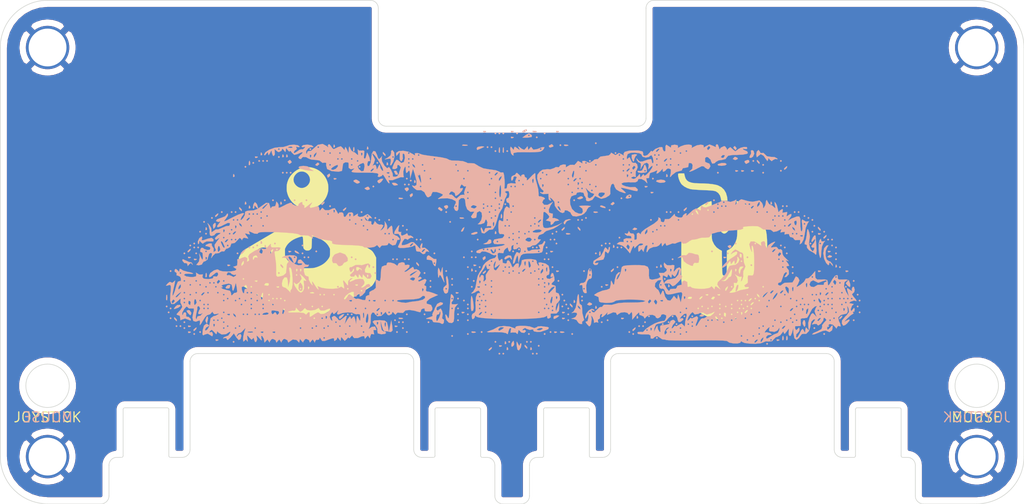
<source format=kicad_pcb>
(kicad_pcb (version 20171130) (host pcbnew "(5.1.8)-1")
  (layers (0 F.Cu signal hide) (31 B.Cu signal hide) (34 B.Paste user) (35 F.Paste user) (36 B.SilkS user) (37 F.SilkS user) (38 B.Mask user) (39 F.Mask user) (44 Edge.Cuts user))
  (net 0 "")
  (net 1 "Net-(M1-Pad1)")
  (module artwork:mouse (layer F.Cu) (at 156.845 92.075)
    (fp_text reference G*** hide)
    (fp_text value LOGO hide)
  )
  (module artwork:joystick (layer F.Cu) (at 123.19 91.44)
    (fp_text reference G*** hide)
    (fp_text value LOGO hide)
  )
  (module artwork:last_ninja2 (layer B.Cu) (at 139.7 80.83 180)
    (fp_text reference G*** hide)
    (fp_text value LOGO hide)
  )
  (module mounting:M3_pin (layer F.Cu) (at 102.235 108.585)
    (fp_text reference M1 hide)
    (fp_text value Mounting hide)
    (pad 1 thru_hole circle (at 0 0) (size 3.5 3.5) (drill 3.048) (layers *.Cu *.Mask) (net 1 "Net-(M1-Pad1)"))
  )
  (module mounting:M3_pin (layer F.Cu) (at 177.165 75.565)
    (fp_text reference M2 hide)
    (fp_text value Mounting hide)
    (pad 1 thru_hole circle (at 0 0) (size 3.5 3.5) (drill 3.048) (layers *.Cu *.Mask) (net 1 "Net-(M1-Pad1)"))
  )
  (module mounting:M3_pin (layer F.Cu) (at 102.235 75.565)
    (fp_text reference M3 hide)
    (fp_text value Mounting hide)
    (pad 1 thru_hole circle (at 0 0) (size 3.5 3.5) (drill 3.048) (layers *.Cu *.Mask) (net 1 "Net-(M1-Pad1)"))
  )
  (module mounting:M3_pin (layer F.Cu) (at 177.165 108.585)
    (fp_text reference M4 hide)
    (fp_text value Mounting hide)
    (pad 1 thru_hole circle (at 0 0) (size 3.5 3.5) (drill 3.048) (layers *.Cu *.Mask) (net 1 "Net-(M1-Pad1)"))
  )
  (gr_circle (center 177.165 102.87) (end 178.916 102.87) (layer Edge.Cuts) (width 0.05))
  (gr_circle (center 102.235 102.87) (end 103.986 102.87) (layer Edge.Cuts) (width 0.05))
  (gr_line (start 171.196 108.6485) (end 171.577 108.6485) (layer Edge.Cuts) (width 0.05))
  (gr_arc (start 170.942 104.775) (end 171.069 104.775) (angle -90) (layer Edge.Cuts) (width 0.05))
  (gr_line (start 170.942 104.648) (end 167.513 104.648) (layer Edge.Cuts) (width 0.05))
  (gr_arc (start 167.513 104.775) (end 167.513 104.648) (angle -90) (layer Edge.Cuts) (width 0.05))
  (gr_arc (start 171.196 108.5215) (end 171.069 108.5215) (angle -90) (layer Edge.Cuts) (width 0.05))
  (gr_line (start 167.386 104.775) (end 167.386 108.5215) (layer Edge.Cuts) (width 0.05))
  (gr_line (start 171.069 108.5215) (end 171.069 104.775) (layer Edge.Cuts) (width 0.05))
  (gr_arc (start 167.259 108.5215) (end 167.259 108.6485) (angle -90) (layer Edge.Cuts) (width 0.05))
  (gr_line (start 137.287 108.6485) (end 137.668 108.6485) (layer Edge.Cuts) (width 0.05))
  (gr_line (start 137.16 108.5215) (end 137.16 104.775) (layer Edge.Cuts) (width 0.05))
  (gr_arc (start 133.35 108.5215) (end 133.35 108.6485) (angle -90) (layer Edge.Cuts) (width 0.05))
  (gr_line (start 133.477 104.775) (end 133.477 108.5215) (layer Edge.Cuts) (width 0.05))
  (gr_arc (start 137.033 104.775) (end 137.16 104.775) (angle -90) (layer Edge.Cuts) (width 0.05))
  (gr_arc (start 137.287 108.5215) (end 137.16 108.5215) (angle -90) (layer Edge.Cuts) (width 0.05))
  (gr_line (start 137.033 104.648) (end 133.604 104.648) (layer Edge.Cuts) (width 0.05))
  (gr_arc (start 133.604 104.775) (end 133.604 104.648) (angle -90) (layer Edge.Cuts) (width 0.05))
  (gr_line (start 146.05 108.6485) (end 147.0025 108.6485) (layer Edge.Cuts) (width 0.05))
  (gr_line (start 145.923 108.5215) (end 145.923 104.775) (layer Edge.Cuts) (width 0.05))
  (gr_arc (start 142.113 108.5215) (end 142.113 108.6485) (angle -90) (layer Edge.Cuts) (width 0.05))
  (gr_line (start 142.24 104.775) (end 142.24 108.5215) (layer Edge.Cuts) (width 0.05))
  (gr_arc (start 145.796 104.775) (end 145.923 104.775) (angle -90) (layer Edge.Cuts) (width 0.05))
  (gr_arc (start 146.05 108.5215) (end 145.923 108.5215) (angle -90) (layer Edge.Cuts) (width 0.05))
  (gr_line (start 145.796 104.648) (end 142.367 104.648) (layer Edge.Cuts) (width 0.05))
  (gr_arc (start 142.367 104.775) (end 142.367 104.648) (angle -90) (layer Edge.Cuts) (width 0.05))
  (gr_line (start 112.141 108.6485) (end 113.0935 108.6485) (layer Edge.Cuts) (width 0.05))
  (gr_arc (start 108.204 108.5215) (end 108.204 108.6485) (angle -90) (layer Edge.Cuts) (width 0.05))
  (gr_line (start 108.331 104.775) (end 108.331 108.5215) (layer Edge.Cuts) (width 0.05))
  (gr_arc (start 108.458 104.775) (end 108.458 104.648) (angle -90) (layer Edge.Cuts) (width 0.05))
  (gr_line (start 111.887 104.648) (end 108.458 104.648) (layer Edge.Cuts) (width 0.05))
  (gr_arc (start 112.141 108.5215) (end 112.014 108.5215) (angle -90) (layer Edge.Cuts) (width 0.05))
  (gr_arc (start 111.887 104.775) (end 112.014 104.775) (angle -90) (layer Edge.Cuts) (width 0.05))
  (gr_line (start 112.014 108.5215) (end 112.014 104.775) (layer Edge.Cuts) (width 0.05))
  (gr_text MOUSE (at 102.235 105.41) (layer B.SilkS) (effects (font (size 0.8 0.8) (thickness 0.1)) (justify mirror)))
  (gr_text JOYSTICK (at 177.165 105.41) (layer B.SilkS) (effects (font (size 0.8 0.8) (thickness 0.1)) (justify mirror)))
  (gr_line (start 106.553 112.395) (end 102.235 112.395) (layer Edge.Cuts) (width 0.05))
  (gr_line (start 138.938 112.395) (end 140.462 112.395) (layer Edge.Cuts) (width 0.05))
  (gr_line (start 151.13 71.755) (end 177.165 71.755) (layer Edge.Cuts) (width 0.05))
  (gr_arc (start 147.0025 108.0135) (end 147.0025 108.6485) (angle -90) (layer Edge.Cuts) (width 0.05))
  (gr_line (start 148.2725 100.2665) (end 165.0365 100.2665) (layer Edge.Cuts) (width 0.05))
  (gr_line (start 147.6375 100.9015) (end 147.6375 108.0135) (layer Edge.Cuts) (width 0.05))
  (gr_line (start 141.097 109.2835) (end 141.097 111.76) (layer Edge.Cuts) (width 0.05))
  (gr_arc (start 172.847 111.76) (end 172.212 111.76) (angle -90) (layer Edge.Cuts) (width 0.05))
  (gr_arc (start 140.462 111.76) (end 140.462 112.395) (angle -90) (layer Edge.Cuts) (width 0.05))
  (gr_arc (start 171.577 109.2835) (end 172.212 109.2835) (angle -90) (layer Edge.Cuts) (width 0.05))
  (gr_arc (start 141.732 109.2835) (end 141.732 108.6485) (angle -90) (layer Edge.Cuts) (width 0.05))
  (gr_arc (start 166.3065 108.0135) (end 165.6715 108.0135) (angle -90) (layer Edge.Cuts) (width 0.05))
  (gr_arc (start 148.2725 100.9015) (end 148.2725 100.2665) (angle -90) (layer Edge.Cuts) (width 0.05))
  (gr_line (start 165.6715 100.9015) (end 165.6715 108.0135) (layer Edge.Cuts) (width 0.05))
  (gr_line (start 166.3065 108.6485) (end 167.259 108.6485) (layer Edge.Cuts) (width 0.05))
  (gr_line (start 172.212 109.2835) (end 172.212 111.76) (layer Edge.Cuts) (width 0.05))
  (gr_line (start 141.732 108.6485) (end 142.113 108.6485) (layer Edge.Cuts) (width 0.05))
  (gr_arc (start 165.0365 100.9015) (end 165.6715 100.9015) (angle -90) (layer Edge.Cuts) (width 0.05))
  (gr_arc (start 138.938 111.76) (end 138.303 111.76) (angle -90) (layer Edge.Cuts) (width 0.05))
  (gr_arc (start 106.553 111.76) (end 106.553 112.395) (angle -90) (layer Edge.Cuts) (width 0.05))
  (gr_line (start 138.303 109.2835) (end 138.303 111.76) (layer Edge.Cuts) (width 0.05))
  (gr_arc (start 137.668 109.2835) (end 138.303 109.2835) (angle -90) (layer Edge.Cuts) (width 0.05))
  (gr_line (start 132.3975 108.6485) (end 133.35 108.6485) (layer Edge.Cuts) (width 0.05))
  (gr_line (start 107.188 109.2835) (end 107.188 111.76) (layer Edge.Cuts) (width 0.05))
  (gr_line (start 107.823 108.6485) (end 108.204 108.6485) (layer Edge.Cuts) (width 0.05))
  (gr_arc (start 107.823 109.2835) (end 107.823 108.6485) (angle -90) (layer Edge.Cuts) (width 0.05))
  (gr_arc (start 132.3975 108.0135) (end 131.7625 108.0135) (angle -90) (layer Edge.Cuts) (width 0.05))
  (gr_arc (start 113.0935 108.0135) (end 113.0935 108.6485) (angle -90) (layer Edge.Cuts) (width 0.05))
  (gr_arc (start 131.1275 100.9015) (end 131.7625 100.9015) (angle -90) (layer Edge.Cuts) (width 0.05))
  (gr_arc (start 114.3635 100.9015) (end 114.3635 100.2665) (angle -90) (layer Edge.Cuts) (width 0.05))
  (gr_line (start 131.7625 100.9015) (end 131.7625 108.0135) (layer Edge.Cuts) (width 0.05))
  (gr_line (start 113.7285 100.9015) (end 113.7285 108.0135) (layer Edge.Cuts) (width 0.05))
  (gr_line (start 114.3635 100.2665) (end 131.1275 100.2665) (layer Edge.Cuts) (width 0.05))
  (gr_line (start 128.905 81.28) (end 128.905 72.39) (layer Edge.Cuts) (width 0.05))
  (gr_line (start 149.86 81.915) (end 129.54 81.915) (layer Edge.Cuts) (width 0.05))
  (gr_line (start 150.495 81.28) (end 150.495 72.39) (layer Edge.Cuts) (width 0.05))
  (gr_arc (start 151.13 72.39) (end 151.13 71.755) (angle -90) (layer Edge.Cuts) (width 0.05))
  (gr_arc (start 149.86 81.28) (end 149.86 81.915) (angle -90) (layer Edge.Cuts) (width 0.05))
  (gr_arc (start 128.27 72.39) (end 128.905 72.39) (angle -90) (layer Edge.Cuts) (width 0.05))
  (gr_arc (start 129.54 81.28) (end 128.905 81.28) (angle -90) (layer Edge.Cuts) (width 0.05))
  (gr_text MOUSE (at 177.165 105.41) (layer F.SilkS) (effects (font (size 0.8 0.8) (thickness 0.1))))
  (gr_text JOYSTICK (at 102.235 105.41) (layer F.SilkS) (effects (font (size 0.8 0.8) (thickness 0.1))))
  (gr_arc (start 177.165 108.585) (end 177.165 112.395) (angle -90) (layer Edge.Cuts) (width 0.05))
  (gr_arc (start 177.165 75.565) (end 180.975 75.565) (angle -90) (layer Edge.Cuts) (width 0.05))
  (gr_arc (start 102.235 75.565) (end 102.235 71.755) (angle -90) (layer Edge.Cuts) (width 0.05))
  (gr_arc (start 102.235 108.585) (end 98.425 108.585) (angle -90) (layer Edge.Cuts) (width 0.05))
  (gr_line (start 177.165 112.395) (end 172.847 112.395) (layer Edge.Cuts) (width 0.05))
  (gr_line (start 180.975 75.565) (end 180.975 108.585) (layer Edge.Cuts) (width 0.05))
  (gr_line (start 102.235 71.755) (end 128.27 71.755) (layer Edge.Cuts) (width 0.05))
  (gr_line (start 98.425 108.585) (end 98.425 75.565) (layer Edge.Cuts) (width 0.05))
  (zone (net 1) (net_name "Net-(M1-Pad1)") (layer B.Cu) (connect_pads (clearance 0.508)) (min_thickness 0.254) (fill yes (arc_segments 32) (thermal_gap 0.508) (thermal_bridge_width 0.508))
    (polygon (pts (xy 185.42 121.285) (xy 90.805 121.285) (xy 90.805 69.215) (xy 185.42 69.215)))
  )
  (zone (net 1) (net_name "Net-(M1-Pad1)") (layer F.Cu) (connect_pads (clearance 0.508)) (min_thickness 0.254) (fill yes (arc_segments 32) (thermal_gap 0.508) (thermal_bridge_width 0.508))
    (polygon (pts (xy 184.04 120.225) (xy 89.425 120.225) (xy 89.425 68.155) (xy 184.04 68.155)))
  )
)
</source>
